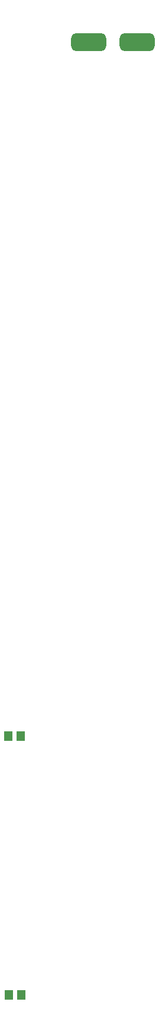
<source format=gbp>
G04*
G04 #@! TF.GenerationSoftware,Altium Limited,Altium Designer,23.2.1 (34)*
G04*
G04 Layer_Color=128*
%FSLAX45Y45*%
%MOMM*%
G71*
G04*
G04 #@! TF.SameCoordinates,6E3D6F93-4A61-4C57-BA4F-68D24251A383*
G04*
G04*
G04 #@! TF.FilePolarity,Positive*
G04*
G01*
G75*
%ADD17R,1.20000X1.40000*%
G04:AMPARAMS|DCode=107|XSize=5mm|YSize=2.5mm|CornerRadius=0.625mm|HoleSize=0mm|Usage=FLASHONLY|Rotation=0.000|XOffset=0mm|YOffset=0mm|HoleType=Round|Shape=RoundedRectangle|*
%AMROUNDEDRECTD107*
21,1,5.00000,1.25000,0,0,0.0*
21,1,3.75000,2.50000,0,0,0.0*
1,1,1.25000,1.87500,-0.62500*
1,1,1.25000,-1.87500,-0.62500*
1,1,1.25000,-1.87500,0.62500*
1,1,1.25000,1.87500,0.62500*
%
%ADD107ROUNDEDRECTD107*%
D17*
X16618900Y5644200D02*
D03*
X16798900D02*
D03*
X16808900Y1954300D02*
D03*
X16628900D02*
D03*
D107*
X18471800Y15539500D02*
D03*
X17771899Y15541499D02*
D03*
M02*

</source>
